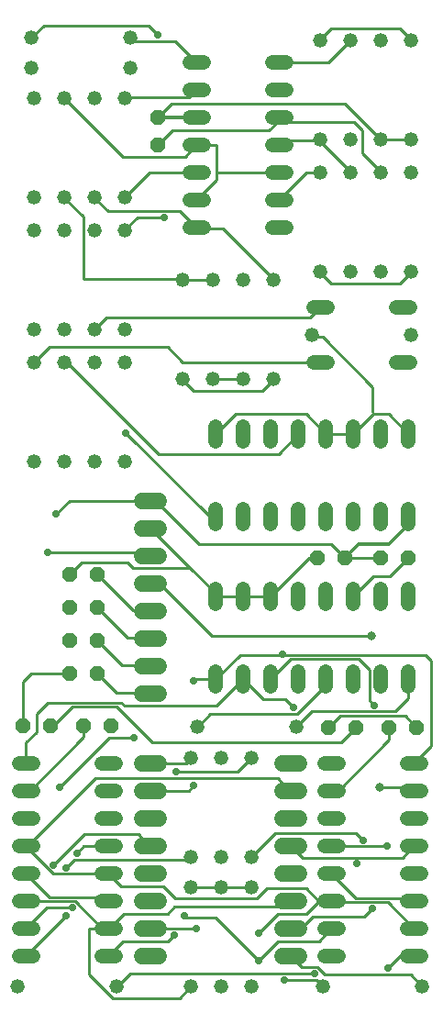
<source format=gbl>
G75*
%MOIN*%
%OFA0B0*%
%FSLAX24Y24*%
%IPPOS*%
%LPD*%
%AMOC8*
5,1,8,0,0,1.08239X$1,22.5*
%
%ADD10C,0.0520*%
%ADD11C,0.0520*%
%ADD12OC8,0.0520*%
%ADD13C,0.0600*%
%ADD14C,0.0087*%
%ADD15C,0.0278*%
%ADD16C,0.0138*%
%ADD17C,0.0100*%
%ADD18C,0.0317*%
D10*
X000650Y001800D02*
X001170Y001800D01*
X001170Y002800D02*
X000650Y002800D01*
X000650Y003800D02*
X001170Y003800D01*
X001170Y004800D02*
X000650Y004800D01*
X000650Y005800D02*
X001170Y005800D01*
X001170Y006800D02*
X000650Y006800D01*
X000650Y007800D02*
X001170Y007800D01*
X001170Y008800D02*
X000650Y008800D01*
X003650Y008800D02*
X004170Y008800D01*
X004170Y007800D02*
X003650Y007800D01*
X003650Y006800D02*
X004170Y006800D01*
X004170Y005800D02*
X003650Y005800D01*
X003650Y004800D02*
X004170Y004800D01*
X004170Y003800D02*
X003650Y003800D01*
X003650Y002800D02*
X004170Y002800D01*
X004170Y001800D02*
X003650Y001800D01*
X007810Y011603D02*
X007810Y012123D01*
X008810Y012123D02*
X008810Y011603D01*
X009810Y011603D02*
X009810Y012123D01*
X010810Y012123D02*
X010810Y011603D01*
X011810Y011603D02*
X011810Y012123D01*
X012810Y012123D02*
X012810Y011603D01*
X013810Y011603D02*
X013810Y012123D01*
X014810Y012123D02*
X014810Y011603D01*
X014750Y008800D02*
X015270Y008800D01*
X015270Y007800D02*
X014750Y007800D01*
X014750Y006800D02*
X015270Y006800D01*
X015270Y005800D02*
X014750Y005800D01*
X014750Y004800D02*
X015270Y004800D01*
X015270Y003800D02*
X014750Y003800D01*
X014750Y002800D02*
X015270Y002800D01*
X015270Y001800D02*
X014750Y001800D01*
X012270Y001800D02*
X011750Y001800D01*
X011750Y002800D02*
X012270Y002800D01*
X012270Y003800D02*
X011750Y003800D01*
X011750Y004800D02*
X012270Y004800D01*
X012270Y005800D02*
X011750Y005800D01*
X011750Y006800D02*
X012270Y006800D01*
X012270Y007800D02*
X011750Y007800D01*
X011750Y008800D02*
X012270Y008800D01*
X011810Y014603D02*
X011810Y015123D01*
X010810Y015123D02*
X010810Y014603D01*
X009810Y014603D02*
X009810Y015123D01*
X008810Y015123D02*
X008810Y014603D01*
X007810Y014603D02*
X007810Y015123D01*
X007810Y017503D02*
X007810Y018023D01*
X008810Y018023D02*
X008810Y017503D01*
X009810Y017503D02*
X009810Y018023D01*
X010810Y018023D02*
X010810Y017503D01*
X011810Y017503D02*
X011810Y018023D01*
X012810Y018023D02*
X012810Y017503D01*
X013810Y017503D02*
X013810Y018023D01*
X014810Y018023D02*
X014810Y017503D01*
X014810Y015123D02*
X014810Y014603D01*
X013810Y014603D02*
X013810Y015123D01*
X012810Y015123D02*
X012810Y014603D01*
X012810Y020503D02*
X012810Y021023D01*
X011870Y023363D02*
X011350Y023363D01*
X011810Y021023D02*
X011810Y020503D01*
X010810Y020503D02*
X010810Y021023D01*
X009810Y021023D02*
X009810Y020503D01*
X008810Y020503D02*
X008810Y021023D01*
X007810Y021023D02*
X007810Y020503D01*
X007370Y028263D02*
X006850Y028263D01*
X006850Y029263D02*
X007370Y029263D01*
X007370Y030263D02*
X006850Y030263D01*
X006850Y031263D02*
X007370Y031263D01*
X007370Y032263D02*
X006850Y032263D01*
X006850Y033263D02*
X007370Y033263D01*
X007370Y034263D02*
X006850Y034263D01*
X009850Y034263D02*
X010370Y034263D01*
X010370Y033263D02*
X009850Y033263D01*
X009850Y032263D02*
X010370Y032263D01*
X010370Y031263D02*
X009850Y031263D01*
X009850Y030263D02*
X010370Y030263D01*
X010370Y029263D02*
X009850Y029263D01*
X009850Y028263D02*
X010370Y028263D01*
X011350Y025363D02*
X011870Y025363D01*
X013810Y021023D02*
X013810Y020503D01*
X014810Y020503D02*
X014810Y021023D01*
X014870Y023363D02*
X014350Y023363D01*
X014350Y025363D02*
X014870Y025363D01*
D11*
X000607Y000700D03*
X004213Y000700D03*
X006910Y000697D03*
X008010Y000697D03*
X009110Y000697D03*
X009110Y004303D03*
X009110Y005397D03*
X008010Y005397D03*
X008010Y004303D03*
X006910Y004303D03*
X006910Y005397D03*
X006910Y009003D03*
X007138Y010125D03*
X008010Y009003D03*
X009110Y009003D03*
X010745Y010125D03*
X011707Y000700D03*
X015313Y000700D03*
X009910Y022760D03*
X008810Y022760D03*
X007710Y022760D03*
X006610Y022760D03*
X006610Y026366D03*
X007710Y026366D03*
X008810Y026366D03*
X009910Y026366D03*
X011307Y024363D03*
X011610Y026660D03*
X012710Y026660D03*
X013810Y026660D03*
X014910Y026660D03*
X014913Y024363D03*
X014910Y030266D03*
X014910Y031460D03*
X013810Y031460D03*
X013810Y030266D03*
X012710Y030266D03*
X012710Y031460D03*
X011610Y031460D03*
X011610Y030266D03*
X011610Y035066D03*
X012710Y035066D03*
X013810Y035066D03*
X014910Y035066D03*
X004713Y035163D03*
X004713Y034063D03*
X004510Y032966D03*
X003410Y032966D03*
X002310Y032966D03*
X001210Y032966D03*
X001107Y034063D03*
X001107Y035163D03*
X001210Y029360D03*
X001210Y028166D03*
X002310Y028166D03*
X002310Y029360D03*
X003410Y029360D03*
X003410Y028166D03*
X004510Y028166D03*
X004510Y029360D03*
X004510Y024560D03*
X004510Y023366D03*
X003410Y023366D03*
X003410Y024560D03*
X002310Y024560D03*
X002310Y023366D03*
X001210Y023366D03*
X001210Y024560D03*
X001210Y019760D03*
X002310Y019760D03*
X003410Y019760D03*
X004510Y019760D03*
D12*
X003510Y015663D03*
X003510Y014463D03*
X003510Y013263D03*
X003510Y012063D03*
X003010Y010163D03*
X002510Y012063D03*
X002510Y013263D03*
X002510Y014463D03*
X002510Y015663D03*
X001810Y010163D03*
X000810Y010163D03*
X004010Y010163D03*
X011510Y016263D03*
X012510Y016263D03*
X013810Y016263D03*
X014810Y016263D03*
X015110Y010100D03*
X014110Y010100D03*
X012910Y010100D03*
X011910Y010100D03*
X005710Y031263D03*
X005710Y032263D03*
D13*
X005720Y018344D02*
X005120Y018344D01*
X005120Y017344D02*
X005720Y017344D01*
X005720Y016344D02*
X005120Y016344D01*
X005120Y015344D02*
X005720Y015344D01*
X005720Y014344D02*
X005120Y014344D01*
X005120Y013344D02*
X005720Y013344D01*
X005720Y012344D02*
X005120Y012344D01*
X005120Y011344D02*
X005720Y011344D01*
X005720Y008800D02*
X005120Y008800D01*
X005120Y007800D02*
X005720Y007800D01*
X005720Y006800D02*
X005120Y006800D01*
X005120Y005800D02*
X005720Y005800D01*
X005720Y004800D02*
X005120Y004800D01*
X005120Y003800D02*
X005720Y003800D01*
X005720Y002800D02*
X005120Y002800D01*
X005120Y001800D02*
X005720Y001800D01*
X010220Y001800D02*
X010820Y001800D01*
X010820Y002800D02*
X010220Y002800D01*
X010220Y003800D02*
X010820Y003800D01*
X010820Y004800D02*
X010220Y004800D01*
X010220Y005800D02*
X010820Y005800D01*
X010820Y006800D02*
X010220Y006800D01*
X010220Y007800D02*
X010820Y007800D01*
X010820Y008800D02*
X010220Y008800D01*
D14*
X010060Y008263D02*
X003435Y008263D01*
X000960Y005788D01*
X000910Y005800D01*
X000910Y005788D01*
X001910Y004788D01*
X003910Y004788D01*
X003910Y004800D01*
X003935Y004763D01*
X004360Y004338D01*
X005885Y004338D01*
X006335Y003888D01*
X009285Y003888D01*
X009660Y004263D01*
X011085Y004263D01*
X011535Y003813D01*
X012010Y003800D01*
X012035Y003763D01*
X014060Y003763D01*
X015010Y002813D01*
X015010Y002800D01*
X015010Y003800D02*
X015010Y003813D01*
X014910Y003913D01*
X012885Y003913D01*
X012010Y004788D01*
X012010Y004800D01*
X012010Y005788D02*
X012010Y005800D01*
X012010Y005788D02*
X014035Y005788D01*
X014585Y005363D02*
X012935Y005363D01*
X012935Y005163D01*
X012935Y005363D02*
X010960Y005363D01*
X010535Y005788D01*
X010520Y005800D01*
X009960Y006263D02*
X009110Y005413D01*
X009110Y005397D01*
X009110Y004313D02*
X009110Y004303D01*
X009110Y004313D02*
X008035Y004313D01*
X008010Y004303D01*
X008010Y004313D01*
X006910Y004313D01*
X006910Y004303D01*
X006660Y003263D02*
X006710Y003213D01*
X007785Y003213D01*
X009360Y001638D01*
X010060Y002338D01*
X011560Y002338D01*
X012010Y002788D01*
X012010Y002800D01*
X012010Y003788D02*
X011560Y003788D01*
X011110Y003338D01*
X010060Y003338D01*
X009360Y002638D01*
X010310Y003588D02*
X006310Y003588D01*
X006060Y003338D01*
X004460Y003338D01*
X003935Y002813D01*
X003910Y002800D01*
X003660Y002813D01*
X002685Y003788D01*
X000910Y003788D01*
X000910Y003800D01*
X001660Y003563D02*
X000910Y002813D01*
X000910Y002800D01*
X000910Y001813D02*
X000910Y001800D01*
X000910Y001813D02*
X002360Y003263D01*
X002585Y003563D02*
X001660Y003563D01*
X001760Y003938D02*
X003785Y003938D01*
X003910Y003813D01*
X003910Y003800D01*
X003910Y002800D02*
X003910Y002788D01*
X003185Y002788D01*
X003185Y001138D01*
X004060Y000263D01*
X006485Y000263D01*
X006910Y000688D01*
X006910Y000697D01*
X006060Y002338D02*
X006285Y002563D01*
X006060Y002338D02*
X004435Y002338D01*
X003910Y001813D01*
X003910Y001800D01*
X004685Y001163D02*
X004235Y000713D01*
X004213Y000700D01*
X004685Y001163D02*
X011410Y001163D01*
X011460Y000938D02*
X010285Y000938D01*
X010935Y001388D02*
X010535Y001788D01*
X010520Y001800D01*
X010935Y001388D02*
X011510Y001388D01*
X011760Y001138D01*
X014885Y001138D01*
X015310Y000713D01*
X015313Y000700D01*
X015010Y001788D02*
X015010Y001800D01*
X015010Y001788D02*
X014485Y001788D01*
X014060Y001363D01*
X013185Y003238D02*
X011335Y003238D01*
X010910Y002813D01*
X010535Y002813D01*
X010520Y002800D01*
X010310Y003588D02*
X010510Y003788D01*
X010520Y003800D01*
X009960Y006263D02*
X012910Y006263D01*
X013160Y006013D01*
X013751Y007921D02*
X014889Y007921D01*
X015010Y007800D01*
X015010Y008800D02*
X015010Y008813D01*
X015635Y009438D01*
X015635Y012538D01*
X015435Y012738D01*
X010235Y012738D01*
X010235Y012763D01*
X010235Y012738D02*
X008685Y012738D01*
X007810Y011863D01*
X007085Y011863D01*
X007010Y011788D01*
X007610Y010588D02*
X007160Y010138D01*
X007138Y010125D01*
X007610Y010588D02*
X010760Y010588D01*
X011810Y011638D01*
X011810Y011863D01*
X011307Y010688D02*
X014335Y010688D01*
X014810Y011163D01*
X014810Y011863D01*
X014685Y010538D02*
X015110Y010113D01*
X015110Y010100D01*
X014685Y010538D02*
X012335Y010538D01*
X011910Y010113D01*
X011910Y010100D01*
X012373Y009563D02*
X005510Y009563D01*
X004210Y010863D01*
X002610Y010863D01*
X001910Y010163D01*
X001810Y010163D01*
X001285Y010613D02*
X001685Y011013D01*
X004360Y011013D01*
X004485Y010888D01*
X007835Y010888D01*
X008810Y011863D01*
X009535Y011138D01*
X010335Y011138D01*
X010635Y010838D01*
X011307Y010688D02*
X010745Y010125D01*
X010060Y008263D02*
X010510Y007813D01*
X010520Y007800D01*
X009110Y008988D02*
X009110Y009003D01*
X009110Y008988D02*
X008610Y008488D01*
X006360Y008488D01*
X006735Y008813D02*
X005435Y008813D01*
X005420Y008800D01*
X005435Y007813D02*
X005420Y007800D01*
X005435Y007813D02*
X006835Y007813D01*
X007010Y007988D01*
X006735Y008813D02*
X006910Y008988D01*
X006910Y009003D01*
X005420Y011344D02*
X005410Y011363D01*
X004210Y011363D01*
X003510Y012063D01*
X004410Y012363D02*
X003510Y013263D01*
X004610Y013363D02*
X003510Y014463D01*
X003510Y015663D02*
X004810Y014363D01*
X005410Y014363D01*
X005420Y014344D01*
X005443Y015321D02*
X005420Y015344D01*
X005443Y015321D02*
X005751Y015321D01*
X007651Y013421D01*
X013451Y013421D01*
X012985Y012588D02*
X013385Y012188D01*
X013385Y011088D01*
X013560Y010913D01*
X014110Y010100D02*
X014110Y009663D01*
X012247Y007800D01*
X012010Y007800D01*
X012373Y009563D02*
X012910Y010100D01*
X012985Y012588D02*
X010535Y012588D01*
X009810Y011863D01*
X009810Y014863D02*
X008810Y014863D01*
X007810Y014863D01*
X007885Y014888D01*
X006860Y015913D01*
X006835Y015888D01*
X004785Y015888D01*
X004585Y016088D01*
X002935Y016088D01*
X002510Y015663D01*
X001710Y016463D02*
X004910Y016463D01*
X005110Y016363D01*
X005401Y016363D01*
X005420Y016344D01*
X005435Y017338D02*
X005420Y017344D01*
X005435Y017338D02*
X006860Y015913D01*
X007560Y017788D02*
X004535Y020813D01*
X005735Y020038D02*
X002407Y023366D01*
X002310Y023366D01*
X002310Y023363D01*
X002310Y023366D02*
X002310Y023388D01*
X001751Y023921D02*
X001210Y023380D01*
X001210Y023366D01*
X001210Y023363D01*
X001751Y023921D02*
X006052Y023921D01*
X006610Y023363D01*
X011610Y023363D01*
X011685Y024288D02*
X011485Y024288D01*
X011310Y024363D01*
X011307Y024363D01*
X011685Y024288D02*
X013510Y022463D01*
X013510Y021613D01*
X013535Y021488D01*
X012810Y020763D01*
X011810Y020763D01*
X011085Y021488D01*
X008535Y021488D01*
X007810Y020763D01*
X007010Y022338D02*
X009510Y022338D01*
X009910Y022738D01*
X009910Y022760D01*
X010810Y020763D02*
X010085Y020038D01*
X005735Y020038D01*
X007010Y022338D02*
X006610Y022738D01*
X006610Y022760D01*
X007710Y022763D02*
X007710Y022760D01*
X007710Y022763D02*
X008810Y022763D01*
X008810Y022760D01*
X007710Y026363D02*
X007710Y026366D01*
X007710Y026363D02*
X006635Y026363D01*
X006610Y026366D01*
X006610Y026388D01*
X002985Y026388D01*
X002985Y028663D01*
X002310Y029338D01*
X002310Y029360D01*
X003410Y029338D02*
X003410Y029360D01*
X003410Y029338D02*
X003885Y028863D01*
X006510Y028863D01*
X007110Y028263D01*
X007135Y028238D01*
X008060Y028238D01*
X009910Y026388D01*
X009910Y026366D01*
X010110Y029263D02*
X011110Y030263D01*
X011610Y030263D01*
X011610Y030266D01*
X012710Y030288D02*
X011585Y031413D01*
X011610Y031460D01*
X011610Y031438D01*
X010285Y031438D01*
X010110Y031263D01*
X009735Y031788D02*
X010060Y032113D01*
X010285Y032088D01*
X012835Y032088D01*
X013135Y031788D01*
X013135Y030963D01*
X013810Y030288D01*
X013810Y030266D01*
X013810Y031460D02*
X012507Y032763D01*
X006210Y032763D01*
X005710Y032263D01*
X006235Y031788D02*
X005710Y031263D01*
X005410Y030263D02*
X007110Y030263D01*
X006685Y030838D02*
X007110Y031263D01*
X007835Y031263D01*
X007835Y030263D01*
X010110Y030263D01*
X009735Y031788D02*
X006235Y031788D01*
X006685Y030838D02*
X004435Y030838D01*
X002310Y032963D01*
X002310Y032966D01*
X001107Y035163D02*
X001557Y035613D01*
X005360Y035613D01*
X005710Y035263D01*
X006335Y035038D02*
X004860Y035038D01*
X004735Y035163D01*
X004713Y035163D01*
X004510Y032988D02*
X004510Y032966D01*
X004510Y032988D02*
X006835Y032988D01*
X007110Y033263D01*
X007110Y034263D02*
X006335Y035038D01*
X005410Y030263D02*
X004510Y029363D01*
X004510Y029360D01*
X004960Y028638D02*
X004510Y028188D01*
X004510Y028166D01*
X004960Y028638D02*
X005935Y028638D01*
X007110Y029263D02*
X007835Y029988D01*
X007835Y030263D01*
X010060Y032113D02*
X010110Y032263D01*
X010110Y034263D02*
X011910Y034263D01*
X012710Y035063D01*
X012710Y035066D01*
X012010Y035488D02*
X011610Y035088D01*
X011610Y035066D01*
X012010Y035488D02*
X014510Y035488D01*
X014910Y035088D01*
X014910Y035066D01*
X014910Y031460D02*
X013810Y031460D01*
X012710Y030288D02*
X012710Y030266D01*
X011610Y026660D02*
X011610Y026638D01*
X012010Y026238D01*
X014510Y026238D01*
X014910Y026638D01*
X014910Y026660D01*
X014085Y021488D02*
X013535Y021488D01*
X014085Y021488D02*
X014810Y020763D01*
X014810Y016263D02*
X014135Y015588D01*
X013535Y015588D01*
X012810Y014863D01*
X011510Y016263D02*
X011210Y016263D01*
X009810Y014863D01*
X007810Y017763D02*
X007785Y017788D01*
X007560Y017788D01*
X005410Y013363D02*
X005420Y013344D01*
X005410Y013363D02*
X004610Y013363D01*
X004410Y012363D02*
X005410Y012363D01*
X005420Y012344D01*
X004835Y009738D02*
X003935Y009738D01*
X002135Y007938D01*
X000910Y009563D02*
X001285Y009938D01*
X001285Y010613D01*
X000910Y009563D02*
X000910Y008800D01*
X000910Y007800D02*
X001047Y007800D01*
X003010Y009763D01*
X003010Y010163D01*
X002510Y012063D02*
X001110Y012063D01*
X000810Y011763D01*
X000810Y010163D01*
X003010Y005788D02*
X002760Y005538D01*
X002660Y005313D02*
X006835Y005313D01*
X006910Y005388D01*
X006910Y005397D01*
X007085Y002788D02*
X005435Y002788D01*
X005420Y002800D01*
X005420Y005800D02*
X005410Y005813D01*
X004985Y006238D01*
X003035Y006238D01*
X001910Y005113D01*
X002360Y005013D02*
X002660Y005313D01*
X003010Y005788D02*
X003910Y005788D01*
X003910Y005800D01*
X001760Y003938D02*
X000910Y004788D01*
X000910Y004800D01*
X003410Y024560D02*
X003410Y024563D01*
X003835Y024988D01*
X011235Y024988D01*
X011610Y025363D01*
X015010Y005800D02*
X015010Y005788D01*
X014585Y005363D01*
X013485Y003538D02*
X013185Y003238D01*
X012010Y003788D02*
X012010Y003800D01*
X011460Y000938D02*
X011685Y000713D01*
X011707Y000700D01*
D15*
X011410Y001163D03*
X010285Y000938D03*
X009360Y001638D03*
X009360Y002638D03*
X007085Y002788D03*
X006660Y003263D03*
X006285Y002563D03*
X007010Y007988D03*
X006360Y008488D03*
X007010Y011788D03*
X004835Y009738D03*
X002760Y005538D03*
X002360Y005013D03*
X001910Y005113D03*
X002585Y003563D03*
X002360Y003263D03*
X002135Y007938D03*
X001710Y016463D03*
X002010Y017863D03*
X004535Y020813D03*
X005935Y028638D03*
X005710Y035263D03*
X010235Y012763D03*
X010635Y010838D03*
X012935Y005163D03*
X013160Y006013D03*
X014035Y005788D03*
X013485Y003538D03*
X014060Y001363D03*
X013560Y010913D03*
D16*
X012510Y016263D02*
X013010Y016763D01*
X014110Y016763D01*
X014810Y017463D01*
X014810Y017763D01*
X007110Y032263D02*
X005710Y032263D01*
D17*
X005420Y018344D02*
X002491Y018344D01*
X002010Y017863D01*
X005420Y018344D02*
X005501Y018263D01*
X005710Y018263D01*
X007210Y016763D01*
X012010Y016763D01*
X012510Y016263D01*
X013810Y016263D01*
D18*
X013451Y013421D03*
X013751Y007921D03*
M02*

</source>
